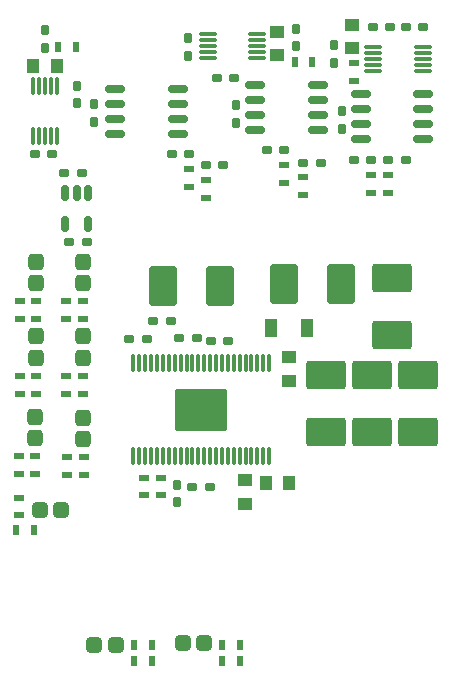
<source format=gtp>
%FSLAX46Y46*%
%MOMM*%
%AMPS10*
1,1,0.200000,-0.300000,-0.275000*
1,1,0.200000,-0.300000,0.275000*
21,1,0.800000,0.550000,0.000000,0.000000,0.000000*
21,1,0.600000,0.750000,0.000000,0.000000,0.000000*
1,1,0.200000,0.300000,-0.275000*
1,1,0.200000,0.300000,0.275000*
%
%ADD10PS10*%
%AMPS16*
1,1,0.200000,0.275000,-0.300000*
1,1,0.200000,-0.275000,-0.300000*
21,1,0.800000,0.550000,0.000000,0.000000,90.000000*
21,1,0.600000,0.750000,0.000000,0.000000,90.000000*
1,1,0.200000,0.275000,0.300000*
1,1,0.200000,-0.275000,0.300000*
%
%ADD16PS16*%
%AMPS19*
1,1,0.200000,0.300000,0.275000*
1,1,0.200000,0.300000,-0.275000*
21,1,0.800000,0.550000,0.000000,0.000000,180.000000*
21,1,0.600000,0.750000,0.000000,0.000000,180.000000*
1,1,0.200000,-0.300000,0.275000*
1,1,0.200000,-0.300000,-0.275000*
%
%ADD19PS19*%
%AMPS26*
1,1,0.200000,-0.275000,0.300000*
1,1,0.200000,0.275000,0.300000*
21,1,0.800000,0.550000,0.000000,0.000000,270.000000*
21,1,0.600000,0.750000,0.000000,0.000000,270.000000*
1,1,0.200000,-0.275000,-0.300000*
1,1,0.200000,0.275000,-0.300000*
%
%ADD26PS26*%
%AMPS43*
1,1,0.240000,-0.180000,-0.535000*
1,1,0.240000,-0.180000,0.535000*
21,1,0.600000,1.070000,0.000000,0.000000,0.000000*
21,1,0.360000,1.310000,0.000000,0.000000,0.000000*
1,1,0.240000,0.180000,-0.535000*
1,1,0.240000,0.180000,0.535000*
%
%ADD43PS43*%
%AMPS42*
1,1,0.240000,0.180000,0.535000*
1,1,0.240000,0.180000,-0.535000*
21,1,0.600000,1.070000,0.000000,0.000000,180.000000*
21,1,0.360000,1.310000,0.000000,0.000000,180.000000*
1,1,0.240000,-0.180000,0.535000*
1,1,0.240000,-0.180000,-0.535000*
%
%ADD42PS42*%
%AMPS23*
1,1,0.200000,-0.400000,-0.525000*
1,1,0.200000,-0.400000,0.525000*
21,1,1.000000,1.050000,0.000000,0.000000,0.000000*
21,1,0.800000,1.250000,0.000000,0.000000,0.000000*
1,1,0.200000,0.400000,-0.525000*
1,1,0.200000,0.400000,0.525000*
%
%ADD23PS23*%
%AMPS22*
1,1,0.200000,0.525000,-0.400000*
1,1,0.200000,-0.525000,-0.400000*
21,1,1.000000,1.050000,0.000000,0.000000,90.000000*
21,1,0.800000,1.250000,0.000000,0.000000,90.000000*
1,1,0.200000,0.525000,0.400000*
1,1,0.200000,-0.525000,0.400000*
%
%ADD22PS22*%
%AMPS13*
1,1,0.200000,0.400000,0.525000*
1,1,0.200000,0.400000,-0.525000*
21,1,1.000000,1.050000,0.000000,0.000000,180.000000*
21,1,0.800000,1.250000,0.000000,0.000000,180.000000*
1,1,0.200000,-0.400000,0.525000*
1,1,0.200000,-0.400000,-0.525000*
%
%ADD13PS13*%
%AMPS33*
1,1,0.200000,-0.525000,0.400000*
1,1,0.200000,0.525000,0.400000*
21,1,1.000000,1.050000,0.000000,0.000000,270.000000*
21,1,0.800000,1.250000,0.000000,0.000000,270.000000*
1,1,0.200000,-0.525000,-0.400000*
1,1,0.200000,0.525000,-0.400000*
%
%ADD33PS33*%
%AMPS14*
1,1,0.500000,-1.440000,-0.940000*
1,1,0.500000,-1.440000,0.940000*
21,1,3.380000,1.880000,0.000000,0.000000,0.000000*
21,1,2.880000,2.380000,0.000000,0.000000,0.000000*
1,1,0.500000,1.440000,-0.940000*
1,1,0.500000,1.440000,0.940000*
%
%ADD14PS14*%
%AMPS32*
1,1,0.500000,0.940000,-1.440000*
1,1,0.500000,-0.940000,-1.440000*
21,1,3.380000,1.880000,0.000000,0.000000,90.000000*
21,1,2.880000,2.380000,0.000000,0.000000,90.000000*
1,1,0.500000,0.940000,1.440000*
1,1,0.500000,-0.940000,1.440000*
%
%ADD32PS32*%
%AMPS15*
1,1,0.500000,1.440000,0.940000*
1,1,0.500000,1.440000,-0.940000*
21,1,3.380000,1.880000,0.000000,0.000000,180.000000*
21,1,2.880000,2.380000,0.000000,0.000000,180.000000*
1,1,0.500000,-1.440000,0.940000*
1,1,0.500000,-1.440000,-0.940000*
%
%ADD15PS15*%
%AMPS31*
1,1,0.500000,-0.940000,1.440000*
1,1,0.500000,0.940000,1.440000*
21,1,3.380000,1.880000,0.000000,0.000000,270.000000*
21,1,2.880000,2.380000,0.000000,0.000000,270.000000*
1,1,0.500000,-0.940000,-1.440000*
1,1,0.500000,0.940000,-1.440000*
%
%ADD31PS31*%
%AMPS41*
1,1,0.200000,2.110000,-1.640000*
1,1,0.200000,-2.110000,-1.640000*
21,1,3.480000,4.220000,0.000000,0.000000,90.000000*
21,1,3.280000,4.420000,0.000000,0.000000,90.000000*
1,1,0.200000,2.110000,1.640000*
1,1,0.200000,-2.110000,1.640000*
%
%ADD41PS41*%
%AMPS21*
1,1,0.240000,0.685000,-0.185000*
1,1,0.240000,-0.685000,-0.185000*
21,1,0.610000,1.370000,0.000000,0.000000,90.000000*
21,1,0.370000,1.610000,0.000000,0.000000,90.000000*
1,1,0.240000,0.685000,0.185000*
1,1,0.240000,-0.685000,0.185000*
%
%ADD21PS21*%
%AMPS20*
1,1,0.240000,-0.685000,0.185000*
1,1,0.240000,0.685000,0.185000*
21,1,0.610000,1.370000,0.000000,0.000000,270.000000*
21,1,0.370000,1.610000,0.000000,0.000000,270.000000*
1,1,0.240000,-0.685000,-0.185000*
1,1,0.240000,0.685000,-0.185000*
%
%ADD20PS20*%
%AMPS40*
1,1,0.200000,-0.050000,-0.675000*
1,1,0.200000,-0.050000,0.675000*
21,1,0.300000,1.350000,0.000000,0.000000,0.000000*
21,1,0.100000,1.550000,0.000000,0.000000,0.000000*
1,1,0.200000,0.050000,-0.675000*
1,1,0.200000,0.050000,0.675000*
%
%ADD40PS40*%
%AMPS39*
1,1,0.200000,0.050000,0.675000*
1,1,0.200000,0.050000,-0.675000*
21,1,0.300000,1.350000,0.000000,0.000000,180.000000*
21,1,0.100000,1.550000,0.000000,0.000000,180.000000*
1,1,0.200000,-0.050000,0.675000*
1,1,0.200000,-0.050000,-0.675000*
%
%ADD39PS39*%
%AMPS34*
1,1,0.520000,-0.380000,-0.410000*
1,1,0.520000,-0.380000,0.410000*
21,1,1.280000,0.820000,0.000000,0.000000,0.000000*
21,1,0.760000,1.340000,0.000000,0.000000,0.000000*
1,1,0.520000,0.380000,-0.410000*
1,1,0.520000,0.380000,0.410000*
%
%ADD34PS34*%
%AMPS29*
1,1,0.520000,0.410000,-0.380000*
1,1,0.520000,-0.410000,-0.380000*
21,1,1.280000,0.820000,0.000000,0.000000,90.000000*
21,1,0.760000,1.340000,0.000000,0.000000,90.000000*
1,1,0.520000,0.410000,0.380000*
1,1,0.520000,-0.410000,0.380000*
%
%ADD29PS29*%
%AMPS35*
1,1,0.520000,0.380000,0.410000*
1,1,0.520000,0.380000,-0.410000*
21,1,1.280000,0.820000,0.000000,0.000000,180.000000*
21,1,0.760000,1.340000,0.000000,0.000000,180.000000*
1,1,0.520000,-0.380000,0.410000*
1,1,0.520000,-0.380000,-0.410000*
%
%ADD35PS35*%
%AMPS30*
1,1,0.520000,-0.410000,0.380000*
1,1,0.520000,0.410000,0.380000*
21,1,1.280000,0.820000,0.000000,0.000000,270.000000*
21,1,0.760000,1.340000,0.000000,0.000000,270.000000*
1,1,0.520000,-0.410000,-0.380000*
1,1,0.520000,0.410000,-0.380000*
%
%ADD30PS30*%
%AMPS38*
1,1,0.100000,-0.100000,-0.700000*
1,1,0.100000,-0.100000,0.700000*
21,1,0.300000,1.400000,0.000000,0.000000,0.000000*
21,1,0.200000,1.500000,0.000000,0.000000,0.000000*
1,1,0.100000,0.100000,-0.700000*
1,1,0.100000,0.100000,0.700000*
%
%ADD38PS38*%
%AMPS18*
1,1,0.100000,0.700000,-0.100000*
1,1,0.100000,-0.700000,-0.100000*
21,1,0.300000,1.400000,0.000000,0.000000,90.000000*
21,1,0.200000,1.500000,0.000000,0.000000,90.000000*
1,1,0.100000,0.700000,0.100000*
1,1,0.100000,-0.700000,0.100000*
%
%ADD18PS18*%
%AMPS37*
1,1,0.100000,0.100000,0.700000*
1,1,0.100000,0.100000,-0.700000*
21,1,0.300000,1.400000,0.000000,0.000000,180.000000*
21,1,0.200000,1.500000,0.000000,0.000000,180.000000*
1,1,0.100000,-0.100000,0.700000*
1,1,0.100000,-0.100000,-0.700000*
%
%ADD37PS37*%
%AMPS17*
1,1,0.100000,-0.700000,0.100000*
1,1,0.100000,0.700000,0.100000*
21,1,0.300000,1.400000,0.000000,0.000000,270.000000*
21,1,0.200000,1.500000,0.000000,0.000000,270.000000*
1,1,0.100000,-0.700000,-0.100000*
1,1,0.100000,0.700000,-0.100000*
%
%ADD17PS17*%
%AMPS27*
1,1,0.200000,-0.400000,-0.700000*
1,1,0.200000,-0.400000,0.700000*
21,1,1.000000,1.400000,0.000000,0.000000,0.000000*
21,1,0.800000,1.600000,0.000000,0.000000,0.000000*
1,1,0.200000,0.400000,-0.700000*
1,1,0.200000,0.400000,0.700000*
%
%ADD27PS27*%
%AMPS44*
1,1,0.280000,-0.205000,-0.305000*
1,1,0.280000,-0.205000,0.305000*
21,1,0.690000,0.610000,0.000000,0.000000,0.000000*
21,1,0.410000,0.890000,0.000000,0.000000,0.000000*
1,1,0.280000,0.205000,-0.305000*
1,1,0.280000,0.205000,0.305000*
%
%ADD44PS44*%
%AMPS25*
1,1,0.280000,0.305000,-0.205000*
1,1,0.280000,-0.305000,-0.205000*
21,1,0.690000,0.610000,0.000000,0.000000,90.000000*
21,1,0.410000,0.890000,0.000000,0.000000,90.000000*
1,1,0.280000,0.305000,0.205000*
1,1,0.280000,-0.305000,0.205000*
%
%ADD25PS25*%
%AMPS45*
1,1,0.280000,0.205000,0.305000*
1,1,0.280000,0.205000,-0.305000*
21,1,0.690000,0.610000,0.000000,0.000000,180.000000*
21,1,0.410000,0.890000,0.000000,0.000000,180.000000*
1,1,0.280000,-0.205000,0.305000*
1,1,0.280000,-0.205000,-0.305000*
%
%ADD45PS45*%
%AMPS24*
1,1,0.280000,-0.305000,0.205000*
1,1,0.280000,0.305000,0.205000*
21,1,0.690000,0.610000,0.000000,0.000000,270.000000*
21,1,0.410000,0.890000,0.000000,0.000000,270.000000*
1,1,0.280000,-0.305000,-0.205000*
1,1,0.280000,0.305000,-0.205000*
%
%ADD24PS24*%
%AMPS28*
1,1,0.200000,-0.150000,-0.350000*
1,1,0.200000,-0.150000,0.350000*
21,1,0.500000,0.700000,0.000000,0.000000,0.000000*
21,1,0.300000,0.900000,0.000000,0.000000,0.000000*
1,1,0.200000,0.150000,-0.350000*
1,1,0.200000,0.150000,0.350000*
%
%ADD28PS28*%
%AMPS11*
1,1,0.200000,0.350000,-0.150000*
1,1,0.200000,-0.350000,-0.150000*
21,1,0.500000,0.700000,0.000000,0.000000,90.000000*
21,1,0.300000,0.900000,0.000000,0.000000,90.000000*
1,1,0.200000,0.350000,0.150000*
1,1,0.200000,-0.350000,0.150000*
%
%ADD11PS11*%
%AMPS36*
1,1,0.200000,0.150000,0.350000*
1,1,0.200000,0.150000,-0.350000*
21,1,0.500000,0.700000,0.000000,0.000000,180.000000*
21,1,0.300000,0.900000,0.000000,0.000000,180.000000*
1,1,0.200000,-0.150000,0.350000*
1,1,0.200000,-0.150000,-0.350000*
%
%ADD36PS36*%
%AMPS12*
1,1,0.200000,-0.350000,0.150000*
1,1,0.200000,0.350000,0.150000*
21,1,0.500000,0.700000,0.000000,0.000000,270.000000*
21,1,0.300000,0.900000,0.000000,0.000000,270.000000*
1,1,0.200000,-0.350000,-0.150000*
1,1,0.200000,0.350000,-0.150000*
%
%ADD12PS12*%
G01*
G01*
%LPD*%
G75*
D10*
X5950000Y-7225829D03*
D10*
X4450000Y-7225829D03*
D11*
X10970000Y4750000D03*
D11*
X10970000Y6250000D03*
D12*
X-900000Y-4050000D03*
D12*
X-900000Y-5550000D03*
D13*
X-1700056Y15900008D03*
D13*
X-3700056Y15900008D03*
D14*
X28900000Y-15110000D03*
D15*
X28900000Y-10290000D03*
D11*
X26400000Y5150000D03*
D11*
X26400000Y6650000D03*
D11*
X24900000Y5150000D03*
D11*
X24900000Y6650000D03*
D16*
X9400000Y18250000D03*
D16*
X9400000Y16750000D03*
D12*
X500000Y-10350000D03*
D12*
X500000Y-11850000D03*
D17*
X25100000Y17500000D03*
D18*
X29300000Y17500000D03*
D17*
X25100000Y16000000D03*
D18*
X29300000Y16000000D03*
D17*
X25100000Y15500000D03*
D17*
X25100000Y16500000D03*
D18*
X29300000Y16500000D03*
D18*
X29300000Y15500000D03*
D18*
X29300000Y17000000D03*
D17*
X25100000Y17000000D03*
D10*
X27850000Y7900000D03*
D10*
X26350000Y7900000D03*
D12*
X-900000Y-10350000D03*
D12*
X-900000Y-11850000D03*
D19*
X8050000Y8400000D03*
D19*
X9550000Y8400000D03*
D20*
X3240000Y10140000D03*
D21*
X8560000Y10140000D03*
D20*
X3240000Y13960000D03*
D20*
X3240000Y12690000D03*
D21*
X8560000Y11410000D03*
D21*
X8560000Y12690000D03*
D21*
X8560000Y13960000D03*
D20*
X3240000Y11410000D03*
D10*
X20700000Y7650000D03*
D10*
X19200000Y7650000D03*
D22*
X17000008Y16800056D03*
D22*
X17000008Y18800056D03*
D23*
X16000056Y-19400008D03*
D23*
X18000056Y-19400008D03*
D10*
X12420000Y7500000D03*
D10*
X10920000Y7500000D03*
D24*
X11890000Y14900000D03*
D25*
X13310000Y14900000D03*
D12*
X500000Y-4050000D03*
D12*
X500000Y-5550000D03*
D26*
X8500000Y-21050000D03*
D26*
X8500000Y-19550000D03*
D12*
X600000Y-17250000D03*
D12*
X600000Y-18750000D03*
D10*
X12850000Y-7375829D03*
D10*
X11350000Y-7375829D03*
D27*
X16500000Y-6300000D03*
D27*
X19500000Y-6300000D03*
D26*
X1500000Y11150000D03*
D26*
X1500000Y12650000D03*
D26*
X13500000Y11050000D03*
D26*
X13500000Y12550000D03*
D28*
X4850000Y-34500000D03*
D28*
X6350000Y-34500000D03*
D29*
X10800000Y-33000000D03*
D30*
X9000000Y-33000000D03*
D12*
X-4900000Y-20650000D03*
D12*
X-4900000Y-22150000D03*
D16*
X-2700000Y18950000D03*
D16*
X-2700000Y17450000D03*
D19*
X27850000Y19200000D03*
D19*
X29350000Y19200000D03*
D14*
X25000000Y-15110000D03*
D15*
X25000000Y-10290000D03*
D20*
X15140000Y10490000D03*
D21*
X20460000Y10490000D03*
D20*
X15140000Y14310000D03*
D20*
X15140000Y13040000D03*
D21*
X20460000Y11760000D03*
D21*
X20460000Y13040000D03*
D21*
X20460000Y14310000D03*
D20*
X15140000Y11760000D03*
D14*
X26700000Y-6860000D03*
D15*
X26700000Y-2040000D03*
D31*
X7300000Y-2720000D03*
D32*
X12120000Y-2720000D03*
D28*
X12350000Y-34500000D03*
D28*
X13850000Y-34500000D03*
D33*
X17999992Y-8750056D03*
D33*
X17999992Y-10750056D03*
D28*
X18470000Y16200000D03*
D28*
X19970000Y16200000D03*
D34*
X500000Y-15700000D03*
D35*
X500000Y-13900000D03*
D10*
X7957489Y-5725829D03*
D10*
X6457489Y-5725829D03*
D16*
X18600000Y19050000D03*
D16*
X18600000Y17550000D03*
D33*
X14299992Y-19200056D03*
D33*
X14299992Y-21200056D03*
D12*
X-3400000Y-10350000D03*
D12*
X-3400000Y-11850000D03*
D36*
X-3600000Y-23400000D03*
D36*
X-5100000Y-23400000D03*
D22*
X23300008Y17400056D03*
D22*
X23300008Y19400056D03*
D12*
X-4800000Y-10350000D03*
D12*
X-4800000Y-11850000D03*
D11*
X17600000Y6000000D03*
D11*
X17600000Y7500000D03*
D19*
X-650000Y1000000D03*
D19*
X850000Y1000000D03*
D18*
X15300000Y16600000D03*
D17*
X11100000Y16600000D03*
D18*
X15300000Y18100000D03*
D17*
X11100000Y18100000D03*
D18*
X15300000Y18600000D03*
D18*
X15300000Y17600000D03*
D17*
X11100000Y17600000D03*
D17*
X11100000Y18600000D03*
D17*
X11100000Y17100000D03*
D18*
X15300000Y17100000D03*
D26*
X22500000Y10550000D03*
D26*
X22500000Y12050000D03*
D29*
X3300000Y-33100000D03*
D30*
X1500000Y-33100000D03*
D12*
X-4900000Y-17150000D03*
D12*
X-4900000Y-18650000D03*
D37*
X-1700000Y14200000D03*
D38*
X-1700000Y10000000D03*
D37*
X-3200000Y14200000D03*
D38*
X-3200000Y10000000D03*
D37*
X-3700000Y14200000D03*
D37*
X-2700000Y14200000D03*
D38*
X-2700000Y10000000D03*
D38*
X-3700000Y10000000D03*
D38*
X-2200000Y10000000D03*
D37*
X-2200000Y14200000D03*
D14*
X21100000Y-15110000D03*
D15*
X21100000Y-10290000D03*
D34*
X500000Y-2500000D03*
D35*
X500000Y-700000D03*
D34*
X-3400000Y-2500000D03*
D35*
X-3400000Y-700000D03*
D19*
X9807490Y-19725830D03*
D19*
X11307490Y-19725830D03*
D39*
X15307489Y-9275829D03*
D39*
X11307489Y-9275829D03*
D39*
X9807489Y-9275829D03*
D40*
X14807489Y-17175829D03*
D40*
X15807489Y-17175829D03*
D39*
X6307489Y-9275829D03*
D40*
X12307489Y-17175829D03*
D39*
X9307489Y-9275829D03*
D40*
X13807489Y-17175829D03*
D40*
X6307489Y-17175829D03*
D40*
X6807489Y-17175829D03*
D39*
X4807489Y-9275829D03*
D40*
X4807489Y-17175829D03*
D39*
X11807489Y-9275829D03*
D40*
X9807489Y-17175829D03*
D39*
X10807489Y-9275829D03*
D40*
X11307489Y-17175829D03*
D40*
X16307489Y-17175829D03*
D39*
X6807489Y-9275829D03*
D39*
X7807489Y-9275829D03*
D39*
X5807489Y-9275829D03*
D40*
X7807489Y-17175829D03*
D40*
X11807489Y-17175829D03*
D39*
X12807489Y-9275829D03*
D40*
X10307489Y-17175829D03*
D41*
X10557489Y-13225829D03*
D39*
X13307489Y-9275829D03*
D39*
X5307489Y-9275829D03*
D40*
X15307489Y-17175829D03*
D40*
X5307489Y-17175829D03*
D39*
X13807489Y-9275829D03*
D40*
X5807489Y-17175829D03*
D39*
X7307489Y-9275829D03*
D40*
X7307489Y-17175829D03*
D40*
X8807489Y-17175829D03*
D40*
X9307489Y-17175829D03*
D40*
X10807489Y-17175829D03*
D39*
X16307489Y-9275829D03*
D39*
X12307489Y-9275829D03*
D39*
X15807489Y-9275829D03*
D39*
X14307489Y-9275829D03*
D40*
X14307489Y-17175829D03*
D39*
X10307489Y-9275829D03*
D40*
X13307489Y-17175829D03*
D40*
X8307489Y-17175829D03*
D40*
X12807489Y-17175829D03*
D39*
X14807489Y-9275829D03*
D39*
X8307489Y-9275829D03*
D39*
X8807489Y-9275829D03*
D20*
X24040000Y9690000D03*
D21*
X29360000Y9690000D03*
D20*
X24040000Y13510000D03*
D20*
X24040000Y12240000D03*
D21*
X29360000Y10960000D03*
D21*
X29360000Y12240000D03*
D21*
X29360000Y13510000D03*
D20*
X24040000Y10960000D03*
D25*
X26510000Y19200000D03*
D24*
X25090000Y19200000D03*
D34*
X500000Y-8800000D03*
D35*
X500000Y-7000000D03*
D12*
X5707489Y-18975829D03*
D12*
X5707489Y-20475829D03*
D16*
X21800000Y17650000D03*
D16*
X21800000Y16150000D03*
D34*
X-3400000Y-8800000D03*
D35*
X-3400000Y-7000000D03*
D12*
X-3400000Y-4050000D03*
D12*
X-3400000Y-5550000D03*
D12*
X7107489Y-18975829D03*
D12*
X7107489Y-20475829D03*
D12*
X-3500000Y-17150000D03*
D12*
X-3500000Y-18650000D03*
D11*
X19200000Y4950000D03*
D11*
X19200000Y6450000D03*
D12*
X-4800000Y-4050000D03*
D12*
X-4800000Y-5550000D03*
D19*
X-3550000Y8400000D03*
D19*
X-2050000Y8400000D03*
D28*
X12350000Y-33100000D03*
D28*
X13850000Y-33100000D03*
D10*
X450000Y6800000D03*
D10*
X-1050000Y6800000D03*
D19*
X23450000Y7900000D03*
D19*
X24950000Y7900000D03*
D42*
X0Y5100000D03*
D43*
X950000Y2500000D03*
D43*
X-950000Y2500000D03*
D42*
X950000Y5100000D03*
D42*
X-950000Y5100000D03*
D19*
X16100000Y8750000D03*
D19*
X17600000Y8750000D03*
D32*
X22410000Y-2600000D03*
D31*
X17590000Y-2600000D03*
D12*
X-800000Y-17250000D03*
D12*
X-800000Y-18750000D03*
D12*
X23500000Y16150000D03*
D12*
X23500000Y14650000D03*
D44*
X0Y12790000D03*
D45*
X0Y14210000D03*
D10*
X10157489Y-7175830D03*
D10*
X8657489Y-7175830D03*
D28*
X4850000Y-33100000D03*
D28*
X6350000Y-33100000D03*
D34*
X-3500000Y-15600000D03*
D35*
X-3500000Y-13800000D03*
D30*
X-3100000Y-21700000D03*
D29*
X-1300000Y-21700000D03*
D28*
X-1550000Y17500000D03*
D28*
X-50000Y17500000D03*
D11*
X9500000Y5650000D03*
D11*
X9500000Y7150000D03*
M02*

</source>
